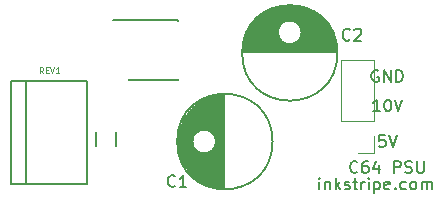
<source format=gto>
G04 This is an RS-274x file exported by *
G04 gerbv version 2.6.0 *
G04 More information is available about gerbv at *
G04 http://gerbv.gpleda.org/ *
G04 --End of header info--*
%MOIN*%
%FSLAX34Y34*%
%IPPOS*%
G04 --Define apertures--*
%ADD10C,0.0039*%
%ADD11C,0.0059*%
%ADD12C,0.0047*%
G04 --Start main section--*
G54D11*
G01X0060424Y-044314D02*
G01X0060405Y-044333D01*
G01X0060405Y-044333D02*
G01X0060349Y-044351D01*
G01X0060349Y-044351D02*
G01X0060311Y-044351D01*
G01X0060311Y-044351D02*
G01X0060255Y-044333D01*
G01X0060255Y-044333D02*
G01X0060217Y-044295D01*
G01X0060217Y-044295D02*
G01X0060199Y-044258D01*
G01X0060199Y-044258D02*
G01X0060180Y-044183D01*
G01X0060180Y-044183D02*
G01X0060180Y-044126D01*
G01X0060180Y-044126D02*
G01X0060199Y-044051D01*
G01X0060199Y-044051D02*
G01X0060217Y-044014D01*
G01X0060217Y-044014D02*
G01X0060255Y-043976D01*
G01X0060255Y-043976D02*
G01X0060311Y-043958D01*
G01X0060311Y-043958D02*
G01X0060349Y-043958D01*
G01X0060349Y-043958D02*
G01X0060405Y-043976D01*
G01X0060405Y-043976D02*
G01X0060424Y-043995D01*
G01X0060761Y-043958D02*
G01X0060686Y-043958D01*
G01X0060686Y-043958D02*
G01X0060649Y-043976D01*
G01X0060649Y-043976D02*
G01X0060630Y-043995D01*
G01X0060630Y-043995D02*
G01X0060592Y-044051D01*
G01X0060592Y-044051D02*
G01X0060574Y-044126D01*
G01X0060574Y-044126D02*
G01X0060574Y-044276D01*
G01X0060574Y-044276D02*
G01X0060592Y-044314D01*
G01X0060592Y-044314D02*
G01X0060611Y-044333D01*
G01X0060611Y-044333D02*
G01X0060649Y-044351D01*
G01X0060649Y-044351D02*
G01X0060724Y-044351D01*
G01X0060724Y-044351D02*
G01X0060761Y-044333D01*
G01X0060761Y-044333D02*
G01X0060780Y-044314D01*
G01X0060780Y-044314D02*
G01X0060799Y-044276D01*
G01X0060799Y-044276D02*
G01X0060799Y-044183D01*
G01X0060799Y-044183D02*
G01X0060780Y-044145D01*
G01X0060780Y-044145D02*
G01X0060761Y-044126D01*
G01X0060761Y-044126D02*
G01X0060724Y-044108D01*
G01X0060724Y-044108D02*
G01X0060649Y-044108D01*
G01X0060649Y-044108D02*
G01X0060611Y-044126D01*
G01X0060611Y-044126D02*
G01X0060592Y-044145D01*
G01X0060592Y-044145D02*
G01X0060574Y-044183D01*
G01X0061136Y-044089D02*
G01X0061136Y-044351D01*
G01X0061042Y-043939D02*
G01X0060949Y-044220D01*
G01X0060949Y-044220D02*
G01X0061192Y-044220D01*
G01X0061642Y-044351D02*
G01X0061642Y-043958D01*
G01X0061642Y-043958D02*
G01X0061792Y-043958D01*
G01X0061792Y-043958D02*
G01X0061830Y-043976D01*
G01X0061830Y-043976D02*
G01X0061849Y-043995D01*
G01X0061849Y-043995D02*
G01X0061867Y-044033D01*
G01X0061867Y-044033D02*
G01X0061867Y-044089D01*
G01X0061867Y-044089D02*
G01X0061849Y-044126D01*
G01X0061849Y-044126D02*
G01X0061830Y-044145D01*
G01X0061830Y-044145D02*
G01X0061792Y-044164D01*
G01X0061792Y-044164D02*
G01X0061642Y-044164D01*
G01X0062017Y-044333D02*
G01X0062073Y-044351D01*
G01X0062073Y-044351D02*
G01X0062167Y-044351D01*
G01X0062167Y-044351D02*
G01X0062205Y-044333D01*
G01X0062205Y-044333D02*
G01X0062223Y-044314D01*
G01X0062223Y-044314D02*
G01X0062242Y-044276D01*
G01X0062242Y-044276D02*
G01X0062242Y-044239D01*
G01X0062242Y-044239D02*
G01X0062223Y-044201D01*
G01X0062223Y-044201D02*
G01X0062205Y-044183D01*
G01X0062205Y-044183D02*
G01X0062167Y-044164D01*
G01X0062167Y-044164D02*
G01X0062092Y-044145D01*
G01X0062092Y-044145D02*
G01X0062055Y-044126D01*
G01X0062055Y-044126D02*
G01X0062036Y-044108D01*
G01X0062036Y-044108D02*
G01X0062017Y-044070D01*
G01X0062017Y-044070D02*
G01X0062017Y-044033D01*
G01X0062017Y-044033D02*
G01X0062036Y-043995D01*
G01X0062036Y-043995D02*
G01X0062055Y-043976D01*
G01X0062055Y-043976D02*
G01X0062092Y-043958D01*
G01X0062092Y-043958D02*
G01X0062186Y-043958D01*
G01X0062186Y-043958D02*
G01X0062242Y-043976D01*
G01X0062411Y-043958D02*
G01X0062411Y-044276D01*
G01X0062411Y-044276D02*
G01X0062430Y-044314D01*
G01X0062430Y-044314D02*
G01X0062448Y-044333D01*
G01X0062448Y-044333D02*
G01X0062486Y-044351D01*
G01X0062486Y-044351D02*
G01X0062561Y-044351D01*
G01X0062561Y-044351D02*
G01X0062598Y-044333D01*
G01X0062598Y-044333D02*
G01X0062617Y-044314D01*
G01X0062617Y-044314D02*
G01X0062636Y-044276D01*
G01X0062636Y-044276D02*
G01X0062636Y-043958D01*
G01X0059149Y-044903D02*
G01X0059149Y-044640D01*
G01X0059149Y-044509D02*
G01X0059130Y-044528D01*
G01X0059130Y-044528D02*
G01X0059149Y-044546D01*
G01X0059149Y-044546D02*
G01X0059168Y-044528D01*
G01X0059168Y-044528D02*
G01X0059149Y-044509D01*
G01X0059149Y-044509D02*
G01X0059149Y-044546D01*
G01X0059336Y-044640D02*
G01X0059336Y-044903D01*
G01X0059336Y-044678D02*
G01X0059355Y-044659D01*
G01X0059355Y-044659D02*
G01X0059393Y-044640D01*
G01X0059393Y-044640D02*
G01X0059449Y-044640D01*
G01X0059449Y-044640D02*
G01X0059486Y-044659D01*
G01X0059486Y-044659D02*
G01X0059505Y-044696D01*
G01X0059505Y-044696D02*
G01X0059505Y-044903D01*
G01X0059693Y-044903D02*
G01X0059693Y-044509D01*
G01X0059730Y-044753D02*
G01X0059843Y-044903D01*
G01X0059843Y-044640D02*
G01X0059693Y-044790D01*
G01X0059993Y-044884D02*
G01X0060030Y-044903D01*
G01X0060030Y-044903D02*
G01X0060105Y-044903D01*
G01X0060105Y-044903D02*
G01X0060142Y-044884D01*
G01X0060142Y-044884D02*
G01X0060161Y-044846D01*
G01X0060161Y-044846D02*
G01X0060161Y-044828D01*
G01X0060161Y-044828D02*
G01X0060142Y-044790D01*
G01X0060142Y-044790D02*
G01X0060105Y-044771D01*
G01X0060105Y-044771D02*
G01X0060049Y-044771D01*
G01X0060049Y-044771D02*
G01X0060011Y-044753D01*
G01X0060011Y-044753D02*
G01X0059993Y-044715D01*
G01X0059993Y-044715D02*
G01X0059993Y-044696D01*
G01X0059993Y-044696D02*
G01X0060011Y-044659D01*
G01X0060011Y-044659D02*
G01X0060049Y-044640D01*
G01X0060049Y-044640D02*
G01X0060105Y-044640D01*
G01X0060105Y-044640D02*
G01X0060142Y-044659D01*
G01X0060274Y-044640D02*
G01X0060424Y-044640D01*
G01X0060330Y-044509D02*
G01X0060330Y-044846D01*
G01X0060330Y-044846D02*
G01X0060349Y-044884D01*
G01X0060349Y-044884D02*
G01X0060386Y-044903D01*
G01X0060386Y-044903D02*
G01X0060424Y-044903D01*
G01X0060555Y-044903D02*
G01X0060555Y-044640D01*
G01X0060555Y-044715D02*
G01X0060574Y-044678D01*
G01X0060574Y-044678D02*
G01X0060592Y-044659D01*
G01X0060592Y-044659D02*
G01X0060630Y-044640D01*
G01X0060630Y-044640D02*
G01X0060667Y-044640D01*
G01X0060799Y-044903D02*
G01X0060799Y-044640D01*
G01X0060799Y-044509D02*
G01X0060780Y-044528D01*
G01X0060780Y-044528D02*
G01X0060799Y-044546D01*
G01X0060799Y-044546D02*
G01X0060817Y-044528D01*
G01X0060817Y-044528D02*
G01X0060799Y-044509D01*
G01X0060799Y-044509D02*
G01X0060799Y-044546D01*
G01X0060986Y-044640D02*
G01X0060986Y-045034D01*
G01X0060986Y-044659D02*
G01X0061024Y-044640D01*
G01X0061024Y-044640D02*
G01X0061099Y-044640D01*
G01X0061099Y-044640D02*
G01X0061136Y-044659D01*
G01X0061136Y-044659D02*
G01X0061155Y-044678D01*
G01X0061155Y-044678D02*
G01X0061174Y-044715D01*
G01X0061174Y-044715D02*
G01X0061174Y-044828D01*
G01X0061174Y-044828D02*
G01X0061155Y-044865D01*
G01X0061155Y-044865D02*
G01X0061136Y-044884D01*
G01X0061136Y-044884D02*
G01X0061099Y-044903D01*
G01X0061099Y-044903D02*
G01X0061024Y-044903D01*
G01X0061024Y-044903D02*
G01X0060986Y-044884D01*
G01X0061492Y-044884D02*
G01X0061455Y-044903D01*
G01X0061455Y-044903D02*
G01X0061380Y-044903D01*
G01X0061380Y-044903D02*
G01X0061342Y-044884D01*
G01X0061342Y-044884D02*
G01X0061324Y-044846D01*
G01X0061324Y-044846D02*
G01X0061324Y-044696D01*
G01X0061324Y-044696D02*
G01X0061342Y-044659D01*
G01X0061342Y-044659D02*
G01X0061380Y-044640D01*
G01X0061380Y-044640D02*
G01X0061455Y-044640D01*
G01X0061455Y-044640D02*
G01X0061492Y-044659D01*
G01X0061492Y-044659D02*
G01X0061511Y-044696D01*
G01X0061511Y-044696D02*
G01X0061511Y-044734D01*
G01X0061511Y-044734D02*
G01X0061324Y-044771D01*
G01X0061680Y-044865D02*
G01X0061699Y-044884D01*
G01X0061699Y-044884D02*
G01X0061680Y-044903D01*
G01X0061680Y-044903D02*
G01X0061661Y-044884D01*
G01X0061661Y-044884D02*
G01X0061680Y-044865D01*
G01X0061680Y-044865D02*
G01X0061680Y-044903D01*
G01X0062036Y-044884D02*
G01X0061999Y-044903D01*
G01X0061999Y-044903D02*
G01X0061924Y-044903D01*
G01X0061924Y-044903D02*
G01X0061886Y-044884D01*
G01X0061886Y-044884D02*
G01X0061867Y-044865D01*
G01X0061867Y-044865D02*
G01X0061849Y-044828D01*
G01X0061849Y-044828D02*
G01X0061849Y-044715D01*
G01X0061849Y-044715D02*
G01X0061867Y-044678D01*
G01X0061867Y-044678D02*
G01X0061886Y-044659D01*
G01X0061886Y-044659D02*
G01X0061924Y-044640D01*
G01X0061924Y-044640D02*
G01X0061999Y-044640D01*
G01X0061999Y-044640D02*
G01X0062036Y-044659D01*
G01X0062261Y-044903D02*
G01X0062223Y-044884D01*
G01X0062223Y-044884D02*
G01X0062205Y-044865D01*
G01X0062205Y-044865D02*
G01X0062186Y-044828D01*
G01X0062186Y-044828D02*
G01X0062186Y-044715D01*
G01X0062186Y-044715D02*
G01X0062205Y-044678D01*
G01X0062205Y-044678D02*
G01X0062223Y-044659D01*
G01X0062223Y-044659D02*
G01X0062261Y-044640D01*
G01X0062261Y-044640D02*
G01X0062317Y-044640D01*
G01X0062317Y-044640D02*
G01X0062355Y-044659D01*
G01X0062355Y-044659D02*
G01X0062373Y-044678D01*
G01X0062373Y-044678D02*
G01X0062392Y-044715D01*
G01X0062392Y-044715D02*
G01X0062392Y-044828D01*
G01X0062392Y-044828D02*
G01X0062373Y-044865D01*
G01X0062373Y-044865D02*
G01X0062355Y-044884D01*
G01X0062355Y-044884D02*
G01X0062317Y-044903D01*
G01X0062317Y-044903D02*
G01X0062261Y-044903D01*
G01X0062561Y-044903D02*
G01X0062561Y-044640D01*
G01X0062561Y-044678D02*
G01X0062580Y-044659D01*
G01X0062580Y-044659D02*
G01X0062617Y-044640D01*
G01X0062617Y-044640D02*
G01X0062673Y-044640D01*
G01X0062673Y-044640D02*
G01X0062711Y-044659D01*
G01X0062711Y-044659D02*
G01X0062730Y-044696D01*
G01X0062730Y-044696D02*
G01X0062730Y-044903D01*
G01X0062730Y-044696D02*
G01X0062748Y-044659D01*
G01X0062748Y-044659D02*
G01X0062786Y-044640D01*
G01X0062786Y-044640D02*
G01X0062842Y-044640D01*
G01X0062842Y-044640D02*
G01X0062880Y-044659D01*
G01X0062880Y-044659D02*
G01X0062898Y-044696D01*
G01X0062898Y-044696D02*
G01X0062898Y-044903D01*
G54D10*
G01X0049951Y-041034D02*
G01X0049886Y-040940D01*
G01X0049839Y-041034D02*
G01X0049839Y-040837D01*
G01X0049839Y-040837D02*
G01X0049914Y-040837D01*
G01X0049914Y-040837D02*
G01X0049933Y-040846D01*
G01X0049933Y-040846D02*
G01X0049942Y-040856D01*
G01X0049942Y-040856D02*
G01X0049951Y-040875D01*
G01X0049951Y-040875D02*
G01X0049951Y-040903D01*
G01X0049951Y-040903D02*
G01X0049942Y-040921D01*
G01X0049942Y-040921D02*
G01X0049933Y-040931D01*
G01X0049933Y-040931D02*
G01X0049914Y-040940D01*
G01X0049914Y-040940D02*
G01X0049839Y-040940D01*
G01X0050036Y-040931D02*
G01X0050101Y-040931D01*
G01X0050129Y-041034D02*
G01X0050036Y-041034D01*
G01X0050036Y-041034D02*
G01X0050036Y-040837D01*
G01X0050036Y-040837D02*
G01X0050129Y-040837D01*
G01X0050186Y-040837D02*
G01X0050251Y-041034D01*
G01X0050251Y-041034D02*
G01X0050317Y-040837D01*
G01X0050486Y-041034D02*
G01X0050373Y-041034D01*
G01X0050429Y-041034D02*
G01X0050429Y-040837D01*
G01X0050429Y-040837D02*
G01X0050411Y-040865D01*
G01X0050411Y-040865D02*
G01X0050392Y-040884D01*
G01X0050392Y-040884D02*
G01X0050373Y-040893D01*
G54D11*
G01X0061117Y-040945D02*
G01X0061080Y-040926D01*
G01X0061080Y-040926D02*
G01X0061024Y-040926D01*
G01X0061024Y-040926D02*
G01X0060967Y-040945D01*
G01X0060967Y-040945D02*
G01X0060930Y-040982D01*
G01X0060930Y-040982D02*
G01X0060911Y-041020D01*
G01X0060911Y-041020D02*
G01X0060892Y-041095D01*
G01X0060892Y-041095D02*
G01X0060892Y-041151D01*
G01X0060892Y-041151D02*
G01X0060911Y-041226D01*
G01X0060911Y-041226D02*
G01X0060930Y-041264D01*
G01X0060930Y-041264D02*
G01X0060967Y-041301D01*
G01X0060967Y-041301D02*
G01X0061024Y-041320D01*
G01X0061024Y-041320D02*
G01X0061061Y-041320D01*
G01X0061061Y-041320D02*
G01X0061117Y-041301D01*
G01X0061117Y-041301D02*
G01X0061136Y-041282D01*
G01X0061136Y-041282D02*
G01X0061136Y-041151D01*
G01X0061136Y-041151D02*
G01X0061061Y-041151D01*
G01X0061305Y-041320D02*
G01X0061305Y-040926D01*
G01X0061305Y-040926D02*
G01X0061530Y-041320D01*
G01X0061530Y-041320D02*
G01X0061530Y-040926D01*
G01X0061717Y-041320D02*
G01X0061717Y-040926D01*
G01X0061717Y-040926D02*
G01X0061811Y-040926D01*
G01X0061811Y-040926D02*
G01X0061867Y-040945D01*
G01X0061867Y-040945D02*
G01X0061905Y-040982D01*
G01X0061905Y-040982D02*
G01X0061924Y-041020D01*
G01X0061924Y-041020D02*
G01X0061942Y-041095D01*
G01X0061942Y-041095D02*
G01X0061942Y-041151D01*
G01X0061942Y-041151D02*
G01X0061924Y-041226D01*
G01X0061924Y-041226D02*
G01X0061905Y-041264D01*
G01X0061905Y-041264D02*
G01X0061867Y-041301D01*
G01X0061867Y-041301D02*
G01X0061811Y-041320D01*
G01X0061811Y-041320D02*
G01X0061717Y-041320D01*
G01X0061174Y-042304D02*
G01X0060949Y-042304D01*
G01X0061061Y-042304D02*
G01X0061061Y-041910D01*
G01X0061061Y-041910D02*
G01X0061024Y-041967D01*
G01X0061024Y-041967D02*
G01X0060986Y-042004D01*
G01X0060986Y-042004D02*
G01X0060949Y-042023D01*
G01X0061417Y-041910D02*
G01X0061455Y-041910D01*
G01X0061455Y-041910D02*
G01X0061492Y-041929D01*
G01X0061492Y-041929D02*
G01X0061511Y-041948D01*
G01X0061511Y-041948D02*
G01X0061530Y-041985D01*
G01X0061530Y-041985D02*
G01X0061549Y-042060D01*
G01X0061549Y-042060D02*
G01X0061549Y-042154D01*
G01X0061549Y-042154D02*
G01X0061530Y-042229D01*
G01X0061530Y-042229D02*
G01X0061511Y-042267D01*
G01X0061511Y-042267D02*
G01X0061492Y-042285D01*
G01X0061492Y-042285D02*
G01X0061455Y-042304D01*
G01X0061455Y-042304D02*
G01X0061417Y-042304D01*
G01X0061417Y-042304D02*
G01X0061380Y-042285D01*
G01X0061380Y-042285D02*
G01X0061361Y-042267D01*
G01X0061361Y-042267D02*
G01X0061342Y-042229D01*
G01X0061342Y-042229D02*
G01X0061324Y-042154D01*
G01X0061324Y-042154D02*
G01X0061324Y-042060D01*
G01X0061324Y-042060D02*
G01X0061342Y-041985D01*
G01X0061342Y-041985D02*
G01X0061361Y-041948D01*
G01X0061361Y-041948D02*
G01X0061380Y-041929D01*
G01X0061380Y-041929D02*
G01X0061417Y-041910D01*
G01X0061661Y-041910D02*
G01X0061792Y-042304D01*
G01X0061792Y-042304D02*
G01X0061924Y-041910D01*
G01X0061342Y-043091D02*
G01X0061155Y-043091D01*
G01X0061155Y-043091D02*
G01X0061136Y-043279D01*
G01X0061136Y-043279D02*
G01X0061155Y-043260D01*
G01X0061155Y-043260D02*
G01X0061192Y-043241D01*
G01X0061192Y-043241D02*
G01X0061286Y-043241D01*
G01X0061286Y-043241D02*
G01X0061324Y-043260D01*
G01X0061324Y-043260D02*
G01X0061342Y-043279D01*
G01X0061342Y-043279D02*
G01X0061361Y-043316D01*
G01X0061361Y-043316D02*
G01X0061361Y-043410D01*
G01X0061361Y-043410D02*
G01X0061342Y-043448D01*
G01X0061342Y-043448D02*
G01X0061324Y-043466D01*
G01X0061324Y-043466D02*
G01X0061286Y-043485D01*
G01X0061286Y-043485D02*
G01X0061192Y-043485D01*
G01X0061192Y-043485D02*
G01X0061155Y-043466D01*
G01X0061155Y-043466D02*
G01X0061136Y-043448D01*
G01X0061474Y-043091D02*
G01X0061605Y-043485D01*
G01X0061605Y-043485D02*
G01X0061736Y-043091D01*
G01X0055974Y-044881D02*
G01X0055974Y-041733D01*
G01X0055919Y-044880D02*
G01X0055919Y-041735D01*
G01X0055864Y-044876D02*
G01X0055864Y-041739D01*
G01X0055809Y-044870D02*
G01X0055809Y-041744D01*
G01X0055754Y-044862D02*
G01X0055754Y-041752D01*
G01X0055699Y-044852D02*
G01X0055699Y-043394D01*
G01X0055699Y-043220D02*
G01X0055699Y-041762D01*
G01X0055644Y-044840D02*
G01X0055644Y-043524D01*
G01X0055644Y-043091D02*
G01X0055644Y-041774D01*
G01X0055589Y-044826D02*
G01X0055589Y-043590D01*
G01X0055589Y-043024D02*
G01X0055589Y-041788D01*
G01X0055533Y-044810D02*
G01X0055533Y-043635D01*
G01X0055533Y-042980D02*
G01X0055533Y-041804D01*
G01X0055478Y-044792D02*
G01X0055478Y-043665D01*
G01X0055478Y-042949D02*
G01X0055478Y-041822D01*
G01X0055423Y-044771D02*
G01X0055423Y-043685D01*
G01X0055423Y-042929D02*
G01X0055423Y-041843D01*
G01X0055368Y-044748D02*
G01X0055368Y-043697D01*
G01X0055368Y-042917D02*
G01X0055368Y-041867D01*
G01X0055313Y-044722D02*
G01X0055313Y-043701D01*
G01X0055313Y-042913D02*
G01X0055313Y-041892D01*
G01X0055258Y-044694D02*
G01X0055258Y-043696D01*
G01X0055258Y-042918D02*
G01X0055258Y-041920D01*
G01X0055203Y-044663D02*
G01X0055203Y-043685D01*
G01X0055203Y-042930D02*
G01X0055203Y-041951D01*
G01X0055148Y-044629D02*
G01X0055148Y-043663D01*
G01X0055148Y-042951D02*
G01X0055148Y-041985D01*
G01X0055093Y-044591D02*
G01X0055093Y-043632D01*
G01X0055093Y-042982D02*
G01X0055093Y-042023D01*
G01X0055037Y-044550D02*
G01X0055037Y-043586D01*
G01X0055037Y-043028D02*
G01X0055037Y-042064D01*
G01X0054982Y-044506D02*
G01X0054982Y-043518D01*
G01X0054982Y-043096D02*
G01X0054982Y-042109D01*
G01X0054927Y-044456D02*
G01X0054927Y-043375D01*
G01X0054927Y-043239D02*
G01X0054927Y-042158D01*
G01X0054872Y-044402D02*
G01X0054872Y-042212D01*
G01X0054817Y-044342D02*
G01X0054817Y-042272D01*
G01X0054762Y-044275D02*
G01X0054762Y-042339D01*
G01X0054707Y-044200D02*
G01X0054707Y-042414D01*
G01X0054652Y-044114D02*
G01X0054652Y-042500D01*
G01X0054596Y-044013D02*
G01X0054596Y-042601D01*
G01X0054541Y-043891D02*
G01X0054541Y-042723D01*
G01X0054486Y-043727D02*
G01X0054486Y-042887D01*
G01X0054431Y-043386D02*
G01X0054431Y-043228D01*
G01X0055709Y-043307D02*
G75*
G03X0055709Y-043307I-000394J0000000D01*
G01X0057594Y-043307D02*
G75*
G03X0057594Y-043307I-001590J0000000D01*
G01X0052825Y-039242D02*
G01X0052825Y-039262D01*
G01X0054459Y-039242D02*
G01X0054459Y-039299D01*
G01X0054459Y-041270D02*
G01X0054459Y-041213D01*
G01X0052825Y-041270D02*
G01X0052825Y-041213D01*
G01X0052825Y-039242D02*
G01X0054459Y-039242D01*
G01X0052825Y-041270D02*
G01X0054459Y-041270D01*
G01X0052825Y-039262D02*
G01X0052274Y-039262D01*
G01X0052392Y-042972D02*
G01X0052392Y-043445D01*
G01X0051703Y-043445D02*
G01X0051703Y-042972D01*
G01X0048891Y-041299D02*
G01X0048891Y-044724D01*
G01X0051412Y-041299D02*
G01X0051412Y-044724D01*
G01X0051412Y-044724D02*
G01X0048891Y-044724D01*
G01X0049375Y-044724D02*
G01X0049375Y-041299D01*
G01X0048891Y-041299D02*
G01X0051412Y-041299D01*
G01X0056595Y-040325D02*
G01X0059744Y-040325D01*
G01X0056597Y-040270D02*
G01X0059742Y-040270D01*
G01X0056601Y-040215D02*
G01X0059738Y-040215D01*
G01X0056607Y-040159D02*
G01X0059732Y-040159D01*
G01X0056615Y-040104D02*
G01X0059724Y-040104D01*
G01X0056624Y-040049D02*
G01X0058082Y-040049D01*
G01X0058257Y-040049D02*
G01X0059714Y-040049D01*
G01X0056636Y-039994D02*
G01X0057953Y-039994D01*
G01X0058386Y-039994D02*
G01X0059702Y-039994D01*
G01X0056650Y-039939D02*
G01X0057886Y-039939D01*
G01X0058452Y-039939D02*
G01X0059688Y-039939D01*
G01X0056667Y-039884D02*
G01X0057842Y-039884D01*
G01X0058497Y-039884D02*
G01X0059672Y-039884D01*
G01X0056685Y-039829D02*
G01X0057811Y-039829D01*
G01X0058528Y-039829D02*
G01X0059654Y-039829D01*
G01X0056706Y-039774D02*
G01X0057791Y-039774D01*
G01X0058548Y-039774D02*
G01X0059633Y-039774D01*
G01X0056729Y-039719D02*
G01X0057779Y-039719D01*
G01X0058559Y-039719D02*
G01X0059610Y-039719D01*
G01X0056754Y-039663D02*
G01X0057776Y-039663D01*
G01X0058563Y-039663D02*
G01X0059584Y-039663D01*
G01X0056782Y-039608D02*
G01X0057780Y-039608D01*
G01X0058559Y-039608D02*
G01X0059556Y-039608D01*
G01X0056813Y-039553D02*
G01X0057792Y-039553D01*
G01X0058547Y-039553D02*
G01X0059525Y-039553D01*
G01X0056848Y-039498D02*
G01X0057813Y-039498D01*
G01X0058526Y-039498D02*
G01X0059491Y-039498D01*
G01X0056885Y-039443D02*
G01X0057844Y-039443D01*
G01X0058494Y-039443D02*
G01X0059454Y-039443D01*
G01X0056926Y-039388D02*
G01X0057890Y-039388D01*
G01X0058448Y-039388D02*
G01X0059413Y-039388D01*
G01X0056971Y-039333D02*
G01X0057959Y-039333D01*
G01X0058380Y-039333D02*
G01X0059368Y-039333D01*
G01X0057020Y-039278D02*
G01X0058101Y-039278D01*
G01X0058237Y-039278D02*
G01X0059319Y-039278D01*
G01X0057074Y-039222D02*
G01X0059264Y-039222D01*
G01X0057134Y-039167D02*
G01X0059204Y-039167D01*
G01X0057201Y-039112D02*
G01X0059137Y-039112D01*
G01X0057276Y-039057D02*
G01X0059062Y-039057D01*
G01X0057362Y-039002D02*
G01X0058976Y-039002D01*
G01X0057463Y-038947D02*
G01X0058876Y-038947D01*
G01X0057585Y-038892D02*
G01X0058753Y-038892D01*
G01X0057749Y-038837D02*
G01X0058589Y-038837D01*
G01X0058091Y-038781D02*
G01X0058248Y-038781D01*
G01X0058563Y-039665D02*
G75*
G03X0058563Y-039665I-000394J0000000D01*
G01X0059759Y-040354D02*
G75*
G03X0059759Y-040354I-001590J0000000D01*
G54D12*
G01X0060980Y-042626D02*
G01X0060980Y-040579D01*
G01X0060980Y-040579D02*
G01X0059886Y-040579D01*
G01X0059886Y-040579D02*
G01X0059886Y-042626D01*
G01X0059886Y-042626D02*
G01X0060980Y-042626D01*
G01X0060980Y-043126D02*
G01X0060980Y-043673D01*
G01X0060980Y-043673D02*
G01X0060433Y-043673D01*
G54D11*
G01X0054344Y-044786D02*
G01X0054325Y-044805D01*
G01X0054325Y-044805D02*
G01X0054269Y-044824D01*
G01X0054269Y-044824D02*
G01X0054231Y-044824D01*
G01X0054231Y-044824D02*
G01X0054175Y-044805D01*
G01X0054175Y-044805D02*
G01X0054138Y-044768D01*
G01X0054138Y-044768D02*
G01X0054119Y-044730D01*
G01X0054119Y-044730D02*
G01X0054100Y-044655D01*
G01X0054100Y-044655D02*
G01X0054100Y-044599D01*
G01X0054100Y-044599D02*
G01X0054119Y-044524D01*
G01X0054119Y-044524D02*
G01X0054138Y-044486D01*
G01X0054138Y-044486D02*
G01X0054175Y-044449D01*
G01X0054175Y-044449D02*
G01X0054231Y-044430D01*
G01X0054231Y-044430D02*
G01X0054269Y-044430D01*
G01X0054269Y-044430D02*
G01X0054325Y-044449D01*
G01X0054325Y-044449D02*
G01X0054344Y-044468D01*
G01X0054719Y-044824D02*
G01X0054494Y-044824D01*
G01X0054606Y-044824D02*
G01X0054606Y-044430D01*
G01X0054606Y-044430D02*
G01X0054569Y-044486D01*
G01X0054569Y-044486D02*
G01X0054531Y-044524D01*
G01X0054531Y-044524D02*
G01X0054494Y-044543D01*
G01X0060171Y-039904D02*
G01X0060152Y-039923D01*
G01X0060152Y-039923D02*
G01X0060096Y-039942D01*
G01X0060096Y-039942D02*
G01X0060058Y-039942D01*
G01X0060058Y-039942D02*
G01X0060002Y-039923D01*
G01X0060002Y-039923D02*
G01X0059964Y-039886D01*
G01X0059964Y-039886D02*
G01X0059946Y-039848D01*
G01X0059946Y-039848D02*
G01X0059927Y-039773D01*
G01X0059927Y-039773D02*
G01X0059927Y-039717D01*
G01X0059927Y-039717D02*
G01X0059946Y-039642D01*
G01X0059946Y-039642D02*
G01X0059964Y-039604D01*
G01X0059964Y-039604D02*
G01X0060002Y-039567D01*
G01X0060002Y-039567D02*
G01X0060058Y-039548D01*
G01X0060058Y-039548D02*
G01X0060096Y-039548D01*
G01X0060096Y-039548D02*
G01X0060152Y-039567D01*
G01X0060152Y-039567D02*
G01X0060171Y-039586D01*
G01X0060321Y-039586D02*
G01X0060339Y-039567D01*
G01X0060339Y-039567D02*
G01X0060377Y-039548D01*
G01X0060377Y-039548D02*
G01X0060471Y-039548D01*
G01X0060471Y-039548D02*
G01X0060508Y-039567D01*
G01X0060508Y-039567D02*
G01X0060527Y-039586D01*
G01X0060527Y-039586D02*
G01X0060546Y-039623D01*
G01X0060546Y-039623D02*
G01X0060546Y-039661D01*
G01X0060546Y-039661D02*
G01X0060527Y-039717D01*
G01X0060527Y-039717D02*
G01X0060302Y-039942D01*
G01X0060302Y-039942D02*
G01X0060546Y-039942D01*
M02*

</source>
